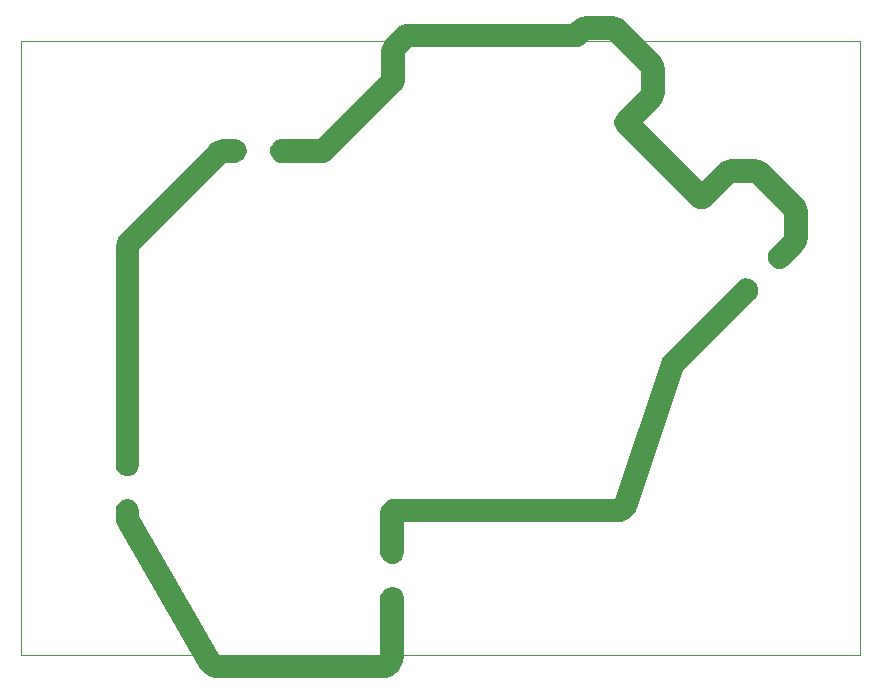
<source format=gbr>
%TF.GenerationSoftware,Altium Limited,Altium Designer,23.11.1 (41)*%
G04 Layer_Color=0*
%FSLAX26Y26*%
%MOIN*%
%TF.SameCoordinates,4DC999CF-56CA-410E-BBFC-AE2E78030286*%
%TF.FilePolarity,Positive*%
%TF.FileFunction,Profile,NP*%
%TF.Part,CustomerPanel*%
G01*
G75*
%TA.AperFunction,Profile*%
%ADD165C,0.001000*%
G36*
X325484Y423551D02*
X322906Y428019D01*
X318960Y437553D01*
X316291Y447520D01*
X314945Y457750D01*
Y462909D01*
D01*
Y478500D01*
Y483685D01*
X317629Y493702D01*
X322814Y502683D01*
X330147Y510016D01*
X339128Y515201D01*
X349144Y517885D01*
X359515D01*
X369532Y515201D01*
X378513Y510016D01*
X385846Y502683D01*
X391031Y493702D01*
X393715Y483685D01*
Y478500D01*
D01*
Y462913D01*
X660788Y14D01*
X1197821D01*
Y186500D01*
Y191685D01*
X1200505Y201702D01*
X1205690Y210683D01*
X1213023Y218016D01*
X1222004Y223201D01*
X1232021Y225885D01*
X1242391D01*
X1252408Y223201D01*
X1261389Y218016D01*
X1268722Y210683D01*
X1273907Y201702D01*
X1276591Y191685D01*
Y186500D01*
D01*
Y0D01*
Y-7757D01*
X1273564Y-22972D01*
X1267627Y-37305D01*
X1259008Y-50204D01*
X1248039Y-61174D01*
X1235140Y-69793D01*
X1220807Y-75730D01*
X1205591Y-78756D01*
X1197835D01*
D01*
X660779D01*
X655616D01*
X645378Y-77408D01*
X635403Y-74734D01*
X625863Y-70781D01*
X616920Y-65617D01*
X608728Y-59329D01*
X601428Y-52025D01*
X595143Y-43830D01*
X592563Y-39358D01*
D01*
X325484Y423551D01*
D02*
G37*
G36*
X314945Y635500D02*
Y1353062D01*
Y1360818D01*
X317971Y1376034D01*
X323908Y1390367D01*
X332527Y1403266D01*
X338012Y1408751D01*
X338012Y1408751D01*
X625274Y1696013D01*
X630759Y1701498D01*
X643658Y1710117D01*
X657991Y1716053D01*
X673206Y1719080D01*
X680963D01*
X680963Y1719080D01*
X712500D01*
X716379D01*
X723988Y1717567D01*
X731156Y1714598D01*
X737606Y1710287D01*
X743092Y1704802D01*
X747403Y1698351D01*
X750371Y1691183D01*
X751885Y1683574D01*
Y1679695D01*
Y1675816D01*
X750371Y1668207D01*
X747403Y1661039D01*
X743092Y1654589D01*
X737606Y1649103D01*
X731156Y1644792D01*
X723988Y1641823D01*
X716379Y1640310D01*
X712500D01*
D01*
X680969D01*
X393715Y1353056D01*
Y635500D01*
Y630315D01*
X391031Y620298D01*
X385846Y611317D01*
X378513Y603984D01*
X369532Y598799D01*
X359515Y596115D01*
X349144D01*
X339128Y598799D01*
X330147Y603984D01*
X322814Y611317D01*
X317629Y620298D01*
X314945Y630315D01*
Y635500D01*
D01*
D02*
G37*
G36*
X869500Y1640310D02*
X1006655D01*
X1010534D01*
X1018143Y1641823D01*
X1025311Y1644792D01*
X1031762Y1649103D01*
X1034505Y1651845D01*
X1034505Y1651846D01*
X1266575Y1883917D01*
X1269318Y1886659D01*
X1273629Y1893110D01*
X1276597Y1900278D01*
X1278111Y1907887D01*
X1278111Y1911766D01*
X1278111Y1911766D01*
Y2002452D01*
X1301103Y2025444D01*
X1849112D01*
X1852991D01*
X1860600Y2026957D01*
X1867768Y2029926D01*
X1874218Y2034236D01*
X1876961Y2036979D01*
X1876961Y2036979D01*
X1889741Y2049759D01*
X1964532D01*
X2067870Y1946421D01*
Y1881472D01*
X1989415Y1803016D01*
X1986672Y1800273D01*
X1982362Y1793822D01*
X1979393Y1786655D01*
X1977879Y1779046D01*
X1977879Y1771287D01*
X1979393Y1763678D01*
X1982362Y1756511D01*
X1986672Y1750060D01*
X1989415Y1747317D01*
D01*
X2240822Y1495910D01*
X2243565Y1493167D01*
X2250016Y1488857D01*
X2257184Y1485888D01*
X2264793Y1484374D01*
X2272551Y1484374D01*
X2280160Y1485888D01*
X2287328Y1488857D01*
X2293778Y1493167D01*
X2296521Y1495910D01*
X2296521D01*
X2374977Y1574365D01*
X2439926D01*
X2543264Y1471027D01*
Y1396236D01*
X2501022Y1353993D01*
X2497356Y1350327D01*
X2492171Y1341346D01*
X2489486Y1331329D01*
X2489486Y1320959D01*
X2492171Y1310942D01*
X2497356Y1301961D01*
X2504689Y1294628D01*
X2513669Y1289443D01*
X2523686Y1286759D01*
X2534057Y1286759D01*
X2544074Y1289443D01*
X2553055Y1294628D01*
X2556721Y1298294D01*
X2556721D01*
X2598967Y1340541D01*
X2604452Y1346025D01*
X2613071Y1358925D01*
X2619008Y1373257D01*
X2622034Y1388473D01*
Y1396230D01*
X2622034Y1396230D01*
X2622034Y1471033D01*
Y1478789D01*
X2619008Y1494005D01*
X2613071Y1508338D01*
X2604452Y1521237D01*
X2598967Y1526722D01*
X2598967Y1526722D01*
X2495621Y1630068D01*
X2490136Y1635553D01*
X2477237Y1644172D01*
X2462904Y1650109D01*
X2447688Y1653135D01*
X2439932D01*
X2439932Y1653135D01*
X2374971Y1653135D01*
X2367214Y1653135D01*
X2351999Y1650109D01*
X2337666Y1644172D01*
X2324767Y1635553D01*
X2319282Y1630068D01*
Y1630068D01*
X2268672Y1579458D01*
X2072963Y1775167D01*
X2123573Y1825777D01*
X2129058Y1831262D01*
X2137677Y1844161D01*
X2143614Y1858493D01*
X2146640Y1873709D01*
Y1881466D01*
X2146641Y1881466D01*
X2146641Y1946426D01*
Y1954183D01*
X2143614Y1969399D01*
X2137677Y1983731D01*
X2129058Y1996630D01*
X2123573Y2002115D01*
X2123573Y2002115D01*
X2020227Y2105462D01*
X2014742Y2110947D01*
X2001843Y2119566D01*
X1987510Y2125502D01*
X1972295Y2128529D01*
X1964538D01*
X1964538Y2128529D01*
X1889735Y2128529D01*
X1881978Y2128529D01*
X1866763Y2125502D01*
X1852430Y2119566D01*
X1839531Y2110947D01*
X1834046Y2105462D01*
Y2105462D01*
X1832798Y2104214D01*
X1301097Y2104214D01*
X1293340Y2104214D01*
X1278125Y2101187D01*
X1263792Y2095251D01*
X1250893Y2086632D01*
X1245408Y2081147D01*
Y2081147D01*
X1222408Y2058147D01*
X1216923Y2052662D01*
X1208304Y2039763D01*
X1202367Y2025430D01*
X1199341Y2010215D01*
Y2002458D01*
Y2002458D01*
Y1928080D01*
X990341Y1719080D01*
X869500D01*
X864315D01*
X854298Y1716396D01*
X845317Y1711211D01*
X837984Y1703878D01*
X832799Y1694897D01*
X830115Y1684880D01*
Y1674510D01*
X832799Y1664493D01*
X837984Y1655512D01*
X845317Y1648179D01*
X854298Y1642994D01*
X864315Y1640310D01*
X869500D01*
D01*
D02*
G37*
G36*
X1197821Y343500D02*
Y471457D01*
Y476271D01*
X1199692Y485715D01*
X1203364Y494616D01*
X1208696Y502633D01*
X1215485Y509461D01*
X1223471Y514839D01*
X1232350Y518561D01*
X1241784Y520487D01*
X1246598Y520515D01*
X1246598Y520515D01*
X1246880Y520516D01*
X1980995D01*
X1981003Y520540D01*
X2134779Y981870D01*
X2135502Y984038D01*
X2137439Y988178D01*
X2139842Y992066D01*
X2142678Y995649D01*
X2144294Y997265D01*
X2144294Y997265D01*
X2390006Y1242978D01*
X2394137Y1247109D01*
X2404442Y1252617D01*
X2415902Y1254896D01*
X2427530Y1253751D01*
X2438325Y1249280D01*
X2447358Y1241867D01*
X2453849Y1232152D01*
X2457241Y1220970D01*
X2457241Y1215128D01*
X2457241Y1211249D01*
X2455727Y1203640D01*
X2452758Y1196472D01*
X2448448Y1190022D01*
X2445705Y1187279D01*
X2445705D01*
X2206567Y948141D01*
X2055731Y495630D01*
X2053784Y489783D01*
X2048120Y478836D01*
X2040822Y468903D01*
X2032067Y460226D01*
X2022070Y453017D01*
X2011072Y447451D01*
X1999343Y443663D01*
X1987168Y441746D01*
X1981005Y441746D01*
X1981005D01*
X1276591D01*
Y343500D01*
Y338315D01*
X1273907Y328298D01*
X1268722Y319317D01*
X1261389Y311984D01*
X1252408Y306799D01*
X1242391Y304115D01*
X1232020D01*
X1222004Y306799D01*
X1213023Y311984D01*
X1205690Y319317D01*
X1200505Y328298D01*
X1197821Y338315D01*
Y343500D01*
D01*
D02*
G37*
D165*
X0Y0D02*
X2795276D01*
Y2047244D01*
X0D01*
Y0D01*
%TF.MD5,587cc871b53655e537d8d17f52a8360a*%
M02*

</source>
